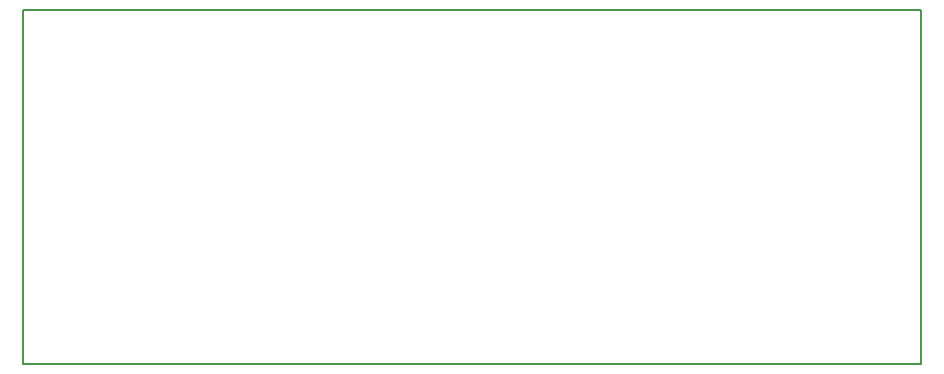
<source format=gbr>
G04 #@! TF.FileFunction,Profile,NP*
%FSLAX46Y46*%
G04 Gerber Fmt 4.6, Leading zero omitted, Abs format (unit mm)*
G04 Created by KiCad (PCBNEW 4.0.6-e0-6349~53~ubuntu16.04.1) date Wed Jun 28 19:43:20 2017*
%MOMM*%
%LPD*%
G01*
G04 APERTURE LIST*
%ADD10C,0.100000*%
%ADD11C,0.150000*%
G04 APERTURE END LIST*
D10*
D11*
X128000000Y-99000000D02*
X129000000Y-99000000D01*
X129000000Y-69000000D02*
X128000000Y-69000000D01*
X53000000Y-69000000D02*
X53000000Y-99000000D01*
X128000000Y-69000000D02*
X53000000Y-69000000D01*
X129000000Y-99000000D02*
X129000000Y-69000000D01*
X53000000Y-99000000D02*
X128000000Y-99000000D01*
M02*

</source>
